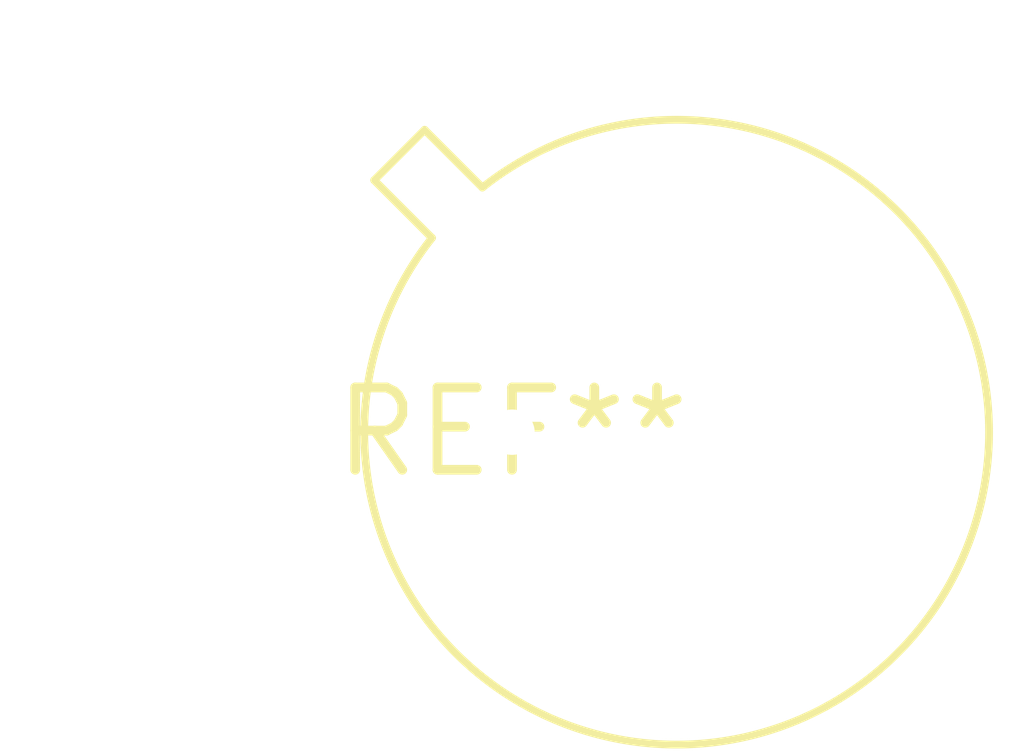
<source format=kicad_pcb>
(kicad_pcb (version 20240108) (generator pcbnew)
  (layers (0 "F.Cu" signal) (31 "B.Cu" signal) (34 "B.Paste" user) (35 "F.Paste" user) (36 "B.SilkS" user "B.Silkscreen") (37 "F.SilkS" user "F.Silkscreen") (38 "B.Mask" user) (39 "F.Mask" user) (44 "Edge.Cuts" user))
  (net 0 "")
  (footprint "TO-5-8_PD5.08" (layer "F.Cu") (at 0 0)
    (property "Reference" "REF**")
    (property "Value" "TO-5-8_PD5.08")
    (fp_line (start -2.125856 -3.888039) (end -1.234902 -2.997084) (layer "F.SilkS") (stroke (width 0.12)))
    (fp_line (start -1.348039 -4.665856) (end -2.125856 -3.888039) (layer "F.SilkS") (stroke (width 0.12)))
    (fp_line (start -0.457084 -3.774902) (end -1.348039 -4.665856) (layer "F.SilkS") (stroke (width 0.12)))
    (fp_arc (start -0.457084 -3.774902) (mid 5.948125 3.408384) (end -1.234674 -2.997371) (layer "F.SilkS") (stroke (width 0.12)))
    (pad "1" thru_hole oval (at 0 0) (size 1.6 1.2) (drill 0.7) (layers *.Cu *.Mask) (remove_unused_layers))
    (pad "2" thru_hole oval (at 0.743949 1.796051) (size 1.2 1.2) (drill 0.7) (layers *.Cu *.Mask) (remove_unused_layers))
    (pad "3" thru_hole oval (at 2.54 2.54) (size 1.2 1.2) (drill 0.7) (layers *.Cu *.Mask) (remove_unused_layers))
    (pad "4" thru_hole oval (at 4.336051 1.796051) (size 1.2 1.2) (drill 0.7) (layers *.Cu *.Mask) (remove_unused_layers))
    (pad "5" thru_hole oval (at 5.08 0) (size 1.2 1.2) (drill 0.7) (layers *.Cu *.Mask) (remove_unused_layers))
    (pad "6" thru_hole oval (at 4.336051 -1.796051) (size 1.2 1.2) (drill 0.7) (layers *.Cu *.Mask) (remove_unused_layers))
    (pad "7" thru_hole oval (at 2.54 -2.54) (size 1.2 1.2) (drill 0.7) (layers *.Cu *.Mask) (remove_unused_layers))
    (pad "8" thru_hole oval (at 0.743949 -1.796051) (size 1.2 1.2) (drill 0.7) (layers *.Cu *.Mask) (remove_unused_layers))
  )
)
</source>
